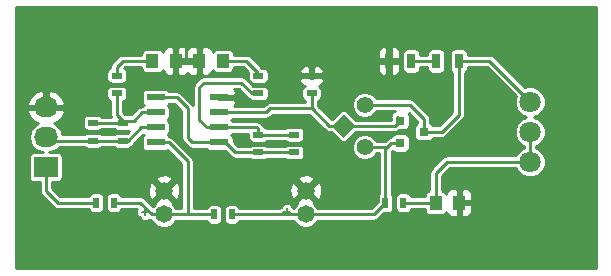
<source format=gtl>
G04 #@! TF.FileFunction,Copper,L1,Top,Signal*
%FSLAX46Y46*%
G04 Gerber Fmt 4.6, Leading zero omitted, Abs format (unit mm)*
G04 Created by KiCad (PCBNEW (2015-01-16 BZR 5376)-product) date 13/04/2015 08:52:01*
%MOMM*%
G01*
G04 APERTURE LIST*
%ADD10C,0.100000*%
%ADD11C,0.150000*%
%ADD12C,1.480820*%
%ADD13R,1.000000X1.250000*%
%ADD14R,0.800100X0.800100*%
%ADD15R,1.550000X0.600000*%
%ADD16R,0.700000X1.300000*%
%ADD17C,1.800000*%
%ADD18R,0.900000X0.500000*%
%ADD19R,0.500000X0.900000*%
%ADD20C,1.397000*%
%ADD21R,2.032000X1.727200*%
%ADD22O,2.032000X1.727200*%
%ADD23C,0.889000*%
%ADD24C,0.254000*%
%ADD25C,0.220000*%
G04 APERTURE END LIST*
D10*
D11*
X73399800Y-61784100D02*
X73699520Y-61784100D01*
X73399800Y-61784100D02*
X73399800Y-61484380D01*
X73399800Y-62083820D02*
X73399800Y-61784100D01*
X73399800Y-61784100D02*
X73100080Y-61784100D01*
X61399800Y-61784100D02*
X61699520Y-61784100D01*
X61399800Y-61784100D02*
X61399800Y-61484380D01*
X61399800Y-62083820D02*
X61399800Y-61784100D01*
X61399800Y-61784100D02*
X61100080Y-61784100D01*
D12*
X75000000Y-61984760D03*
X75000000Y-59983240D03*
D13*
X68000000Y-49000000D03*
X66000000Y-49000000D03*
X62000000Y-49000000D03*
X64000000Y-49000000D03*
D14*
X82999240Y-54050000D03*
X82999240Y-55950000D03*
X84998220Y-55000000D03*
D15*
X67700000Y-55905000D03*
X67700000Y-54635000D03*
X67700000Y-53365000D03*
X67700000Y-52095000D03*
X62300000Y-52095000D03*
X62300000Y-53365000D03*
X62300000Y-54635000D03*
X62300000Y-55905000D03*
D13*
X86000000Y-61000000D03*
X88000000Y-61000000D03*
D12*
X63000000Y-61984760D03*
X63000000Y-59983240D03*
D16*
X86050000Y-49000000D03*
X87950000Y-49000000D03*
X82050000Y-49000000D03*
X83950000Y-49000000D03*
D17*
X94000000Y-52460000D03*
X94000000Y-57540000D03*
X94000000Y-55000000D03*
D18*
X71000000Y-56750000D03*
X71000000Y-55250000D03*
X57000000Y-55750000D03*
X57000000Y-54250000D03*
D19*
X81750000Y-61000000D03*
X83250000Y-61000000D03*
D18*
X75500000Y-50250000D03*
X75500000Y-51750000D03*
D19*
X67250000Y-62000000D03*
X68750000Y-62000000D03*
D18*
X74000000Y-56750000D03*
X74000000Y-55250000D03*
X71000000Y-51750000D03*
X71000000Y-50250000D03*
X59500000Y-55750000D03*
X59500000Y-54250000D03*
X59000000Y-51750000D03*
X59000000Y-50250000D03*
D19*
X57250000Y-61000000D03*
X58750000Y-61000000D03*
D20*
X80000000Y-52703949D03*
D10*
G36*
X78203949Y-55487828D02*
X77216121Y-54500000D01*
X78203949Y-53512172D01*
X79191777Y-54500000D01*
X78203949Y-55487828D01*
X78203949Y-55487828D01*
G37*
D20*
X80000000Y-56296051D03*
D21*
X53000000Y-58000000D03*
D22*
X53000000Y-55460000D03*
X53000000Y-52920000D03*
D23*
X69500000Y-52400000D03*
X80800000Y-49000000D03*
X64600000Y-47100000D03*
X89700000Y-61800000D03*
D24*
X86000000Y-61000000D02*
X83250000Y-61000000D01*
X86000000Y-58500000D02*
X86960000Y-57540000D01*
X86960000Y-57540000D02*
X94000000Y-57540000D01*
X86000000Y-61000000D02*
X86000000Y-58500000D01*
X94000000Y-57540000D02*
X94000000Y-55000000D01*
X53000000Y-52920000D02*
X53000000Y-49000000D01*
X54900000Y-47100000D02*
X64600000Y-47100000D01*
X53000000Y-49000000D02*
X54900000Y-47100000D01*
X67700000Y-52095000D02*
X69195000Y-52095000D01*
X69195000Y-52095000D02*
X69500000Y-52400000D01*
X82050000Y-49000000D02*
X80800000Y-49000000D01*
X64900000Y-49000000D02*
X66000000Y-49000000D01*
X64000000Y-49000000D02*
X64900000Y-49000000D01*
X64900000Y-49000000D02*
X64900000Y-47400000D01*
X64900000Y-47400000D02*
X64600000Y-47100000D01*
X88000000Y-61000000D02*
X88900000Y-61000000D01*
X88900000Y-61000000D02*
X89700000Y-61800000D01*
X82999240Y-55950000D02*
X82250000Y-55950000D01*
X81750000Y-56450000D02*
X81750000Y-61000000D01*
X82250000Y-55950000D02*
X81750000Y-56450000D01*
X80565240Y-61984760D02*
X80765240Y-61984760D01*
X75000000Y-61984760D02*
X80565240Y-61984760D01*
X80765240Y-61984760D02*
X81750000Y-61000000D01*
X74984760Y-62000000D02*
X75000000Y-61984760D01*
X68950000Y-62000000D02*
X74984760Y-62000000D01*
X81903949Y-56296051D02*
X81750000Y-56450000D01*
X80000000Y-56296051D02*
X81903949Y-56296051D01*
X69950000Y-49000000D02*
X71000000Y-50050000D01*
X68000000Y-49000000D02*
X69950000Y-49000000D01*
X71000000Y-56750000D02*
X74000000Y-56750000D01*
X67700000Y-55905000D02*
X68205000Y-55905000D01*
X68205000Y-55905000D02*
X69050000Y-56750000D01*
X69050000Y-56750000D02*
X71000000Y-56750000D01*
X67700000Y-55905000D02*
X67905000Y-55905000D01*
X64095000Y-52095000D02*
X65000000Y-53000000D01*
X65000000Y-53000000D02*
X65000000Y-55500000D01*
X65000000Y-55500000D02*
X65405000Y-55905000D01*
X65405000Y-55905000D02*
X67700000Y-55905000D01*
X62300000Y-52095000D02*
X64095000Y-52095000D01*
X70635000Y-54635000D02*
X70835000Y-54635000D01*
X67700000Y-54635000D02*
X70635000Y-54635000D01*
X71000000Y-54800000D02*
X71000000Y-55250000D01*
X70835000Y-54635000D02*
X71000000Y-54800000D01*
X74000000Y-55250000D02*
X71000000Y-55250000D01*
X69550000Y-50850000D02*
X66350000Y-50850000D01*
X70450000Y-51750000D02*
X69550000Y-50850000D01*
X71000000Y-51750000D02*
X70450000Y-51750000D01*
X66635000Y-54635000D02*
X67700000Y-54635000D01*
X66635000Y-54635000D02*
X66000000Y-54000000D01*
X66000000Y-51200000D02*
X66000000Y-54000000D01*
X66350000Y-50850000D02*
X66000000Y-51200000D01*
X61984760Y-61984760D02*
X61000000Y-61000000D01*
X61000000Y-61000000D02*
X58950000Y-61000000D01*
X63000000Y-61984760D02*
X61984760Y-61984760D01*
X67034760Y-61984760D02*
X67050000Y-62000000D01*
X65000000Y-61984760D02*
X67034760Y-61984760D01*
X63000000Y-61984760D02*
X65000000Y-61984760D01*
X63405000Y-55905000D02*
X65000000Y-57500000D01*
X65000000Y-57500000D02*
X65000000Y-61984760D01*
X62300000Y-55905000D02*
X63405000Y-55905000D01*
X59000000Y-49500000D02*
X59500000Y-49000000D01*
X59500000Y-49000000D02*
X62000000Y-49000000D01*
X59000000Y-50050000D02*
X59000000Y-49500000D01*
X57000000Y-55750000D02*
X53290000Y-55750000D01*
X53290000Y-55750000D02*
X53000000Y-55460000D01*
X59500000Y-55750000D02*
X57000000Y-55750000D01*
X61135000Y-54635000D02*
X61065000Y-54635000D01*
X62300000Y-54635000D02*
X61135000Y-54635000D01*
X61065000Y-54635000D02*
X59950000Y-55750000D01*
X59950000Y-55750000D02*
X59500000Y-55750000D01*
X57000000Y-54250000D02*
X59500000Y-54250000D01*
X59450000Y-54000000D02*
X59500000Y-54050000D01*
X60450000Y-54050000D02*
X61135000Y-53365000D01*
X61135000Y-53365000D02*
X62300000Y-53365000D01*
X59500000Y-54050000D02*
X60450000Y-54050000D01*
X59000000Y-53550000D02*
X59500000Y-54050000D01*
X59000000Y-51950000D02*
X59000000Y-53550000D01*
X87950000Y-49000000D02*
X90540000Y-49000000D01*
X86500000Y-55000000D02*
X87950000Y-53550000D01*
X87950000Y-53550000D02*
X87950000Y-49000000D01*
X84998220Y-55000000D02*
X86500000Y-55000000D01*
X90540000Y-49000000D02*
X94000000Y-52460000D01*
X83796051Y-52703949D02*
X84998220Y-53906118D01*
X84998220Y-53906118D02*
X84998220Y-55000000D01*
X80000000Y-52703949D02*
X83796051Y-52703949D01*
X53000000Y-58000000D02*
X53000000Y-60000000D01*
X54000000Y-61000000D02*
X57250000Y-61000000D01*
X53000000Y-60000000D02*
X54000000Y-61000000D01*
X82699240Y-53750000D02*
X82999240Y-54050000D01*
X82899240Y-53950000D02*
X82999240Y-54050000D01*
X82549240Y-54500000D02*
X82999240Y-54050000D01*
X78203949Y-54500000D02*
X82549240Y-54500000D01*
X77000000Y-54500000D02*
X75500000Y-53000000D01*
X75500000Y-53000000D02*
X75500000Y-51750000D01*
X78203949Y-54500000D02*
X77000000Y-54500000D01*
X72000000Y-53000000D02*
X71635000Y-53365000D01*
X71635000Y-53365000D02*
X67700000Y-53365000D01*
X75500000Y-53000000D02*
X72000000Y-53000000D01*
X86050000Y-49000000D02*
X83950000Y-49000000D01*
D25*
G36*
X99540000Y-66540000D02*
X95310226Y-66540000D01*
X95310226Y-57280568D01*
X95111211Y-56798914D01*
X94743024Y-56430084D01*
X94537000Y-56344535D01*
X94537000Y-56195537D01*
X94741086Y-56111211D01*
X95109916Y-55743024D01*
X95309772Y-55261718D01*
X95310226Y-54740568D01*
X95111211Y-54258914D01*
X94743024Y-53890084D01*
X94357143Y-53729852D01*
X94741086Y-53571211D01*
X95109916Y-53203024D01*
X95309772Y-52721718D01*
X95310226Y-52200568D01*
X95111211Y-51718914D01*
X94743024Y-51350084D01*
X94261718Y-51150228D01*
X93740568Y-51149774D01*
X93534394Y-51234962D01*
X90919716Y-48620284D01*
X90745501Y-48503877D01*
X90540000Y-48463000D01*
X88718032Y-48463000D01*
X88718032Y-48350000D01*
X88687700Y-48193668D01*
X88597443Y-48056267D01*
X88461185Y-47964292D01*
X88300000Y-47931968D01*
X87600000Y-47931968D01*
X87443668Y-47962300D01*
X87306267Y-48052557D01*
X87214292Y-48188815D01*
X87181968Y-48350000D01*
X87181968Y-49650000D01*
X87212300Y-49806332D01*
X87302557Y-49943733D01*
X87413000Y-50018282D01*
X87413000Y-53327567D01*
X86818032Y-53922535D01*
X86818032Y-49650000D01*
X86818032Y-48350000D01*
X86787700Y-48193668D01*
X86697443Y-48056267D01*
X86561185Y-47964292D01*
X86400000Y-47931968D01*
X85700000Y-47931968D01*
X85543668Y-47962300D01*
X85406267Y-48052557D01*
X85314292Y-48188815D01*
X85281968Y-48350000D01*
X85281968Y-48463000D01*
X84718032Y-48463000D01*
X84718032Y-48350000D01*
X84687700Y-48193668D01*
X84597443Y-48056267D01*
X84461185Y-47964292D01*
X84300000Y-47931968D01*
X83600000Y-47931968D01*
X83443668Y-47962300D01*
X83306267Y-48052557D01*
X83214292Y-48188815D01*
X83181968Y-48350000D01*
X83181968Y-49650000D01*
X83212300Y-49806332D01*
X83302557Y-49943733D01*
X83438815Y-50035708D01*
X83600000Y-50068032D01*
X84300000Y-50068032D01*
X84456332Y-50037700D01*
X84593733Y-49947443D01*
X84685708Y-49811185D01*
X84718032Y-49650000D01*
X84718032Y-49537000D01*
X85281968Y-49537000D01*
X85281968Y-49650000D01*
X85312300Y-49806332D01*
X85402557Y-49943733D01*
X85538815Y-50035708D01*
X85700000Y-50068032D01*
X86400000Y-50068032D01*
X86556332Y-50037700D01*
X86693733Y-49947443D01*
X86785708Y-49811185D01*
X86818032Y-49650000D01*
X86818032Y-53922535D01*
X86277567Y-54463000D01*
X85789730Y-54463000D01*
X85785970Y-54443618D01*
X85695713Y-54306217D01*
X85559455Y-54214242D01*
X85535220Y-54209381D01*
X85535220Y-53906118D01*
X85494343Y-53700617D01*
X85377937Y-53526402D01*
X84175767Y-52324233D01*
X84001552Y-52207826D01*
X83796051Y-52166949D01*
X83018000Y-52166949D01*
X83018000Y-49772928D01*
X83018000Y-49527072D01*
X83018000Y-49298500D01*
X83018000Y-48701500D01*
X83018000Y-48472928D01*
X83018000Y-48227072D01*
X82923915Y-47999931D01*
X82750069Y-47826085D01*
X82522928Y-47732000D01*
X82348500Y-47732000D01*
X82194000Y-47886500D01*
X82194000Y-48856000D01*
X82863500Y-48856000D01*
X83018000Y-48701500D01*
X83018000Y-49298500D01*
X82863500Y-49144000D01*
X82194000Y-49144000D01*
X82194000Y-50113500D01*
X82348500Y-50268000D01*
X82522928Y-50268000D01*
X82750069Y-50173915D01*
X82923915Y-50000069D01*
X83018000Y-49772928D01*
X83018000Y-52166949D01*
X81906000Y-52166949D01*
X81906000Y-50113500D01*
X81906000Y-49144000D01*
X81906000Y-48856000D01*
X81906000Y-47886500D01*
X81751500Y-47732000D01*
X81577072Y-47732000D01*
X81349931Y-47826085D01*
X81176085Y-47999931D01*
X81082000Y-48227072D01*
X81082000Y-48472928D01*
X81082000Y-48701500D01*
X81236500Y-48856000D01*
X81906000Y-48856000D01*
X81906000Y-49144000D01*
X81236500Y-49144000D01*
X81082000Y-49298500D01*
X81082000Y-49527072D01*
X81082000Y-49772928D01*
X81176085Y-50000069D01*
X81349931Y-50173915D01*
X81577072Y-50268000D01*
X81751500Y-50268000D01*
X81906000Y-50113500D01*
X81906000Y-52166949D01*
X80977515Y-52166949D01*
X80940289Y-52076854D01*
X80628735Y-51764756D01*
X80221462Y-51595642D01*
X79780473Y-51595257D01*
X79372905Y-51763660D01*
X79060807Y-52075214D01*
X78891693Y-52482487D01*
X78891308Y-52923476D01*
X79059711Y-53331044D01*
X79371265Y-53643142D01*
X79778538Y-53812256D01*
X80219527Y-53812641D01*
X80627095Y-53644238D01*
X80939193Y-53332684D01*
X80977284Y-53240949D01*
X82552643Y-53240949D01*
X82442858Y-53262250D01*
X82305457Y-53352507D01*
X82213482Y-53488765D01*
X82181158Y-53649950D01*
X82181158Y-53654893D01*
X82162240Y-53750000D01*
X82181158Y-53845106D01*
X82181158Y-53963000D01*
X79245965Y-53963000D01*
X78499543Y-53216578D01*
X78367551Y-53127483D01*
X78206572Y-53094148D01*
X78045188Y-53125460D01*
X77908355Y-53216578D01*
X77192182Y-53932750D01*
X76037000Y-52777567D01*
X76037000Y-52401152D01*
X76106332Y-52387700D01*
X76243733Y-52297443D01*
X76335708Y-52161185D01*
X76368032Y-52000000D01*
X76368032Y-51500000D01*
X76337700Y-51343668D01*
X76247443Y-51206267D01*
X76111185Y-51114292D01*
X76091439Y-51110332D01*
X76300069Y-51023915D01*
X76473915Y-50850069D01*
X76568000Y-50622928D01*
X76568000Y-50529500D01*
X76568000Y-49970500D01*
X76568000Y-49877072D01*
X76473915Y-49649931D01*
X76300069Y-49476085D01*
X76072928Y-49382000D01*
X75827072Y-49382000D01*
X75798500Y-49382000D01*
X75644000Y-49536500D01*
X75644000Y-50125000D01*
X76413500Y-50125000D01*
X76568000Y-49970500D01*
X76568000Y-50529500D01*
X76413500Y-50375000D01*
X75644000Y-50375000D01*
X75644000Y-50414000D01*
X75356000Y-50414000D01*
X75356000Y-50375000D01*
X75356000Y-50125000D01*
X75356000Y-49536500D01*
X75201500Y-49382000D01*
X75172928Y-49382000D01*
X74927072Y-49382000D01*
X74699931Y-49476085D01*
X74526085Y-49649931D01*
X74432000Y-49877072D01*
X74432000Y-49970500D01*
X74586500Y-50125000D01*
X75356000Y-50125000D01*
X75356000Y-50375000D01*
X74586500Y-50375000D01*
X74432000Y-50529500D01*
X74432000Y-50622928D01*
X74526085Y-50850069D01*
X74699931Y-51023915D01*
X74907045Y-51109704D01*
X74893668Y-51112300D01*
X74756267Y-51202557D01*
X74664292Y-51338815D01*
X74631968Y-51500000D01*
X74631968Y-52000000D01*
X74662300Y-52156332D01*
X74752557Y-52293733D01*
X74888815Y-52385708D01*
X74963000Y-52400585D01*
X74963000Y-52463000D01*
X72000000Y-52463000D01*
X71794499Y-52503877D01*
X71620284Y-52620284D01*
X71412568Y-52828000D01*
X68915984Y-52828000D01*
X68998915Y-52745069D01*
X69093000Y-52517928D01*
X69093000Y-52393500D01*
X68938500Y-52239000D01*
X67844000Y-52239000D01*
X67844000Y-52259000D01*
X67556000Y-52259000D01*
X67556000Y-52239000D01*
X67536000Y-52239000D01*
X67536000Y-51951000D01*
X67556000Y-51951000D01*
X67556000Y-51931000D01*
X67844000Y-51931000D01*
X67844000Y-51951000D01*
X68938500Y-51951000D01*
X69093000Y-51796500D01*
X69093000Y-51672072D01*
X68998915Y-51444931D01*
X68940984Y-51387000D01*
X69327568Y-51387000D01*
X70070284Y-52129716D01*
X70203120Y-52218475D01*
X70252557Y-52293733D01*
X70388815Y-52385708D01*
X70550000Y-52418032D01*
X71450000Y-52418032D01*
X71606332Y-52387700D01*
X71743733Y-52297443D01*
X71835708Y-52161185D01*
X71868032Y-52000000D01*
X71868032Y-51500000D01*
X71837700Y-51343668D01*
X71747443Y-51206267D01*
X71611185Y-51114292D01*
X71450000Y-51081968D01*
X70550000Y-51081968D01*
X70542797Y-51083365D01*
X70254427Y-50794995D01*
X70388815Y-50885708D01*
X70550000Y-50918032D01*
X71450000Y-50918032D01*
X71606332Y-50887700D01*
X71743733Y-50797443D01*
X71835708Y-50661185D01*
X71868032Y-50500000D01*
X71868032Y-50000000D01*
X71837700Y-49843668D01*
X71747443Y-49706267D01*
X71611185Y-49614292D01*
X71450000Y-49581968D01*
X71291400Y-49581968D01*
X70329716Y-48620284D01*
X70155501Y-48503877D01*
X69950000Y-48463000D01*
X68918032Y-48463000D01*
X68918032Y-48375000D01*
X68887700Y-48218668D01*
X68797443Y-48081267D01*
X68661185Y-47989292D01*
X68500000Y-47956968D01*
X67500000Y-47956968D01*
X67343668Y-47987300D01*
X67206267Y-48077557D01*
X67114292Y-48213815D01*
X67110332Y-48233560D01*
X67023915Y-48024931D01*
X66850069Y-47851085D01*
X66622928Y-47757000D01*
X66298500Y-47757000D01*
X66144000Y-47911500D01*
X66144000Y-48856000D01*
X66164000Y-48856000D01*
X66164000Y-49144000D01*
X66144000Y-49144000D01*
X66144000Y-50088500D01*
X66298500Y-50243000D01*
X66622928Y-50243000D01*
X66850069Y-50148915D01*
X67023915Y-49975069D01*
X67109704Y-49767954D01*
X67112300Y-49781332D01*
X67202557Y-49918733D01*
X67338815Y-50010708D01*
X67500000Y-50043032D01*
X68500000Y-50043032D01*
X68656332Y-50012700D01*
X68793733Y-49922443D01*
X68885708Y-49786185D01*
X68918032Y-49625000D01*
X68918032Y-49537000D01*
X69727567Y-49537000D01*
X70141756Y-49951189D01*
X70131968Y-50000000D01*
X70131968Y-50500000D01*
X70162300Y-50656332D01*
X70251392Y-50791960D01*
X69929716Y-50470284D01*
X69755501Y-50353877D01*
X69550000Y-50313000D01*
X66350000Y-50313000D01*
X66144499Y-50353877D01*
X65970284Y-50470283D01*
X65856000Y-50584567D01*
X65856000Y-50088500D01*
X65856000Y-49144000D01*
X65856000Y-48856000D01*
X65856000Y-47911500D01*
X65701500Y-47757000D01*
X65377072Y-47757000D01*
X65149931Y-47851085D01*
X65000000Y-48001016D01*
X64850069Y-47851085D01*
X64622928Y-47757000D01*
X64298500Y-47757000D01*
X64144000Y-47911500D01*
X64144000Y-48856000D01*
X64963500Y-48856000D01*
X65000000Y-48819500D01*
X65036500Y-48856000D01*
X65856000Y-48856000D01*
X65856000Y-49144000D01*
X65036500Y-49144000D01*
X65000000Y-49180500D01*
X64963500Y-49144000D01*
X64144000Y-49144000D01*
X64144000Y-50088500D01*
X64298500Y-50243000D01*
X64622928Y-50243000D01*
X64850069Y-50148915D01*
X65000000Y-49998984D01*
X65149931Y-50148915D01*
X65377072Y-50243000D01*
X65701500Y-50243000D01*
X65856000Y-50088500D01*
X65856000Y-50584567D01*
X65620284Y-50820284D01*
X65503877Y-50994499D01*
X65463000Y-51200000D01*
X65463000Y-52744926D01*
X65379716Y-52620284D01*
X65379716Y-52620283D01*
X64474716Y-51715284D01*
X64300501Y-51598877D01*
X64095000Y-51558000D01*
X63856000Y-51558000D01*
X63856000Y-50088500D01*
X63856000Y-49144000D01*
X63836000Y-49144000D01*
X63836000Y-48856000D01*
X63856000Y-48856000D01*
X63856000Y-47911500D01*
X63701500Y-47757000D01*
X63377072Y-47757000D01*
X63149931Y-47851085D01*
X62976085Y-48024931D01*
X62890295Y-48232045D01*
X62887700Y-48218668D01*
X62797443Y-48081267D01*
X62661185Y-47989292D01*
X62500000Y-47956968D01*
X61500000Y-47956968D01*
X61343668Y-47987300D01*
X61206267Y-48077557D01*
X61114292Y-48213815D01*
X61081968Y-48375000D01*
X61081968Y-48463000D01*
X59500000Y-48463000D01*
X59294499Y-48503877D01*
X59120284Y-48620284D01*
X58620284Y-49120284D01*
X58503877Y-49294499D01*
X58463000Y-49500000D01*
X58463000Y-49598847D01*
X58393668Y-49612300D01*
X58256267Y-49702557D01*
X58164292Y-49838815D01*
X58131968Y-50000000D01*
X58131968Y-50500000D01*
X58162300Y-50656332D01*
X58252557Y-50793733D01*
X58388815Y-50885708D01*
X58550000Y-50918032D01*
X59450000Y-50918032D01*
X59606332Y-50887700D01*
X59743733Y-50797443D01*
X59835708Y-50661185D01*
X59868032Y-50500000D01*
X59868032Y-50000000D01*
X59837700Y-49843668D01*
X59747443Y-49706267D01*
X59631456Y-49627975D01*
X59722432Y-49537000D01*
X61081968Y-49537000D01*
X61081968Y-49625000D01*
X61112300Y-49781332D01*
X61202557Y-49918733D01*
X61338815Y-50010708D01*
X61500000Y-50043032D01*
X62500000Y-50043032D01*
X62656332Y-50012700D01*
X62793733Y-49922443D01*
X62885708Y-49786185D01*
X62889667Y-49766439D01*
X62976085Y-49975069D01*
X63149931Y-50148915D01*
X63377072Y-50243000D01*
X63701500Y-50243000D01*
X63856000Y-50088500D01*
X63856000Y-51558000D01*
X63409710Y-51558000D01*
X63372443Y-51501267D01*
X63236185Y-51409292D01*
X63075000Y-51376968D01*
X61525000Y-51376968D01*
X61368668Y-51407300D01*
X61231267Y-51497557D01*
X61139292Y-51633815D01*
X61106968Y-51795000D01*
X61106968Y-52395000D01*
X61137300Y-52551332D01*
X61227557Y-52688733D01*
X61288568Y-52729916D01*
X61231267Y-52767557D01*
X61190467Y-52828000D01*
X61135000Y-52828000D01*
X60929499Y-52868877D01*
X60755283Y-52985284D01*
X60227567Y-53513000D01*
X59722432Y-53513000D01*
X59537000Y-53327568D01*
X59537000Y-52401152D01*
X59606332Y-52387700D01*
X59743733Y-52297443D01*
X59835708Y-52161185D01*
X59868032Y-52000000D01*
X59868032Y-51500000D01*
X59837700Y-51343668D01*
X59747443Y-51206267D01*
X59611185Y-51114292D01*
X59450000Y-51081968D01*
X58550000Y-51081968D01*
X58393668Y-51112300D01*
X58256267Y-51202557D01*
X58164292Y-51338815D01*
X58131968Y-51500000D01*
X58131968Y-52000000D01*
X58162300Y-52156332D01*
X58252557Y-52293733D01*
X58388815Y-52385708D01*
X58463000Y-52400585D01*
X58463000Y-53550000D01*
X58495422Y-53713000D01*
X57751865Y-53713000D01*
X57747443Y-53706267D01*
X57611185Y-53614292D01*
X57450000Y-53581968D01*
X56550000Y-53581968D01*
X56393668Y-53612300D01*
X56256267Y-53702557D01*
X56164292Y-53838815D01*
X56131968Y-54000000D01*
X56131968Y-54500000D01*
X56162300Y-54656332D01*
X56252557Y-54793733D01*
X56388815Y-54885708D01*
X56550000Y-54918032D01*
X57450000Y-54918032D01*
X57606332Y-54887700D01*
X57743733Y-54797443D01*
X57750782Y-54787000D01*
X58748134Y-54787000D01*
X58752557Y-54793733D01*
X58888815Y-54885708D01*
X59050000Y-54918032D01*
X59950000Y-54918032D01*
X60039997Y-54900570D01*
X59858600Y-55081968D01*
X59050000Y-55081968D01*
X58893668Y-55112300D01*
X58756267Y-55202557D01*
X58749217Y-55213000D01*
X57751865Y-55213000D01*
X57747443Y-55206267D01*
X57611185Y-55114292D01*
X57450000Y-55081968D01*
X56550000Y-55081968D01*
X56393668Y-55112300D01*
X56256267Y-55202557D01*
X56249217Y-55213000D01*
X54404805Y-55213000D01*
X54356990Y-54972614D01*
X54080908Y-54559429D01*
X53667723Y-54283347D01*
X53660526Y-54281915D01*
X53919585Y-54188008D01*
X54346432Y-53797898D01*
X54586305Y-53292903D01*
X54586305Y-52547097D01*
X54346432Y-52042102D01*
X53919585Y-51651992D01*
X53375941Y-51454924D01*
X53144000Y-51592492D01*
X53144000Y-52776000D01*
X54471664Y-52776000D01*
X54586305Y-52547097D01*
X54586305Y-53292903D01*
X54471664Y-53064000D01*
X53144000Y-53064000D01*
X53144000Y-53084000D01*
X52856000Y-53084000D01*
X52856000Y-53064000D01*
X52856000Y-52776000D01*
X52856000Y-51592492D01*
X52624059Y-51454924D01*
X52080415Y-51651992D01*
X51653568Y-52042102D01*
X51413695Y-52547097D01*
X51528336Y-52776000D01*
X52856000Y-52776000D01*
X52856000Y-53064000D01*
X51528336Y-53064000D01*
X51413695Y-53292903D01*
X51653568Y-53797898D01*
X52080415Y-54188008D01*
X52339473Y-54281915D01*
X52332277Y-54283347D01*
X51919092Y-54559429D01*
X51643010Y-54972614D01*
X51546063Y-55460000D01*
X51643010Y-55947386D01*
X51919092Y-56360571D01*
X52332277Y-56636653D01*
X52743086Y-56718368D01*
X51984000Y-56718368D01*
X51827668Y-56748700D01*
X51690267Y-56838957D01*
X51598292Y-56975215D01*
X51565968Y-57136400D01*
X51565968Y-58863600D01*
X51596300Y-59019932D01*
X51686557Y-59157333D01*
X51822815Y-59249308D01*
X51984000Y-59281632D01*
X52463000Y-59281632D01*
X52463000Y-60000000D01*
X52503877Y-60205501D01*
X52620284Y-60379716D01*
X53620284Y-61379717D01*
X53724718Y-61449497D01*
X53794499Y-61496123D01*
X53794500Y-61496123D01*
X54000000Y-61537000D01*
X56598847Y-61537000D01*
X56612300Y-61606332D01*
X56702557Y-61743733D01*
X56838815Y-61835708D01*
X57000000Y-61868032D01*
X57500000Y-61868032D01*
X57656332Y-61837700D01*
X57793733Y-61747443D01*
X57885708Y-61611185D01*
X57918032Y-61450000D01*
X57918032Y-60550000D01*
X57887700Y-60393668D01*
X57797443Y-60256267D01*
X57661185Y-60164292D01*
X57500000Y-60131968D01*
X57000000Y-60131968D01*
X56843668Y-60162300D01*
X56706267Y-60252557D01*
X56614292Y-60388815D01*
X56599414Y-60463000D01*
X54222432Y-60463000D01*
X53537000Y-59777567D01*
X53537000Y-59281632D01*
X54016000Y-59281632D01*
X54172332Y-59251300D01*
X54309733Y-59161043D01*
X54401708Y-59024785D01*
X54434032Y-58863600D01*
X54434032Y-57136400D01*
X54403700Y-56980068D01*
X54313443Y-56842667D01*
X54177185Y-56750692D01*
X54016000Y-56718368D01*
X53256913Y-56718368D01*
X53667723Y-56636653D01*
X54080908Y-56360571D01*
X54130066Y-56287000D01*
X56248134Y-56287000D01*
X56252557Y-56293733D01*
X56388815Y-56385708D01*
X56550000Y-56418032D01*
X57450000Y-56418032D01*
X57606332Y-56387700D01*
X57743733Y-56297443D01*
X57750782Y-56287000D01*
X58748134Y-56287000D01*
X58752557Y-56293733D01*
X58888815Y-56385708D01*
X59050000Y-56418032D01*
X59950000Y-56418032D01*
X60106332Y-56387700D01*
X60243733Y-56297443D01*
X60335708Y-56161185D01*
X60345104Y-56114327D01*
X61229432Y-55229999D01*
X61288568Y-55269916D01*
X61231267Y-55307557D01*
X61139292Y-55443815D01*
X61106968Y-55605000D01*
X61106968Y-56205000D01*
X61137300Y-56361332D01*
X61227557Y-56498733D01*
X61363815Y-56590708D01*
X61525000Y-56623032D01*
X63075000Y-56623032D01*
X63231332Y-56592700D01*
X63292854Y-56552286D01*
X64463000Y-57722432D01*
X64463000Y-61447760D01*
X64373073Y-61447760D01*
X64373073Y-60164794D01*
X64338031Y-59625522D01*
X64199076Y-59290054D01*
X63965956Y-59220931D01*
X63762309Y-59424578D01*
X63762309Y-59017284D01*
X63693186Y-58784164D01*
X63181554Y-58610167D01*
X62642282Y-58645209D01*
X62306814Y-58784164D01*
X62237691Y-59017284D01*
X63000000Y-59779593D01*
X63762309Y-59017284D01*
X63762309Y-59424578D01*
X63203647Y-59983240D01*
X63965956Y-60745549D01*
X64199076Y-60676426D01*
X64373073Y-60164794D01*
X64373073Y-61447760D01*
X64022861Y-61447760D01*
X63975839Y-61333956D01*
X63723249Y-61080925D01*
X63762309Y-60949196D01*
X63000000Y-60186887D01*
X62796353Y-60390534D01*
X62796353Y-59983240D01*
X62034044Y-59220931D01*
X61800924Y-59290054D01*
X61626927Y-59801686D01*
X61661969Y-60340958D01*
X61800924Y-60676426D01*
X62034044Y-60745549D01*
X62796353Y-59983240D01*
X62796353Y-60390534D01*
X62237691Y-60949196D01*
X62276822Y-61081168D01*
X62058520Y-61299088D01*
X61379716Y-60620284D01*
X61205501Y-60503877D01*
X61000000Y-60463000D01*
X59401152Y-60463000D01*
X59387700Y-60393668D01*
X59297443Y-60256267D01*
X59161185Y-60164292D01*
X59000000Y-60131968D01*
X58500000Y-60131968D01*
X58343668Y-60162300D01*
X58206267Y-60252557D01*
X58114292Y-60388815D01*
X58081968Y-60550000D01*
X58081968Y-61450000D01*
X58112300Y-61606332D01*
X58202557Y-61743733D01*
X58338815Y-61835708D01*
X58500000Y-61868032D01*
X59000000Y-61868032D01*
X59156332Y-61837700D01*
X59293733Y-61747443D01*
X59385708Y-61611185D01*
X59400585Y-61537000D01*
X60693090Y-61537000D01*
X60651998Y-61598499D01*
X60615080Y-61784100D01*
X60651998Y-61969701D01*
X60757133Y-62127047D01*
X60914479Y-62232182D01*
X60945539Y-62238360D01*
X60951718Y-62269421D01*
X61056853Y-62426767D01*
X61214199Y-62531902D01*
X61399800Y-62568820D01*
X61585401Y-62531902D01*
X61720507Y-62441626D01*
X61779259Y-62480883D01*
X61976455Y-62520108D01*
X62024161Y-62635564D01*
X62347494Y-62959462D01*
X62770165Y-63134970D01*
X63227827Y-63135369D01*
X63650804Y-62960599D01*
X63974702Y-62637266D01*
X64022664Y-62521760D01*
X65000000Y-62521760D01*
X66595891Y-62521760D01*
X66612300Y-62606332D01*
X66702557Y-62743733D01*
X66838815Y-62835708D01*
X67000000Y-62868032D01*
X67500000Y-62868032D01*
X67656332Y-62837700D01*
X67793733Y-62747443D01*
X67885708Y-62611185D01*
X67918032Y-62450000D01*
X67918032Y-61550000D01*
X67887700Y-61393668D01*
X67797443Y-61256267D01*
X67661185Y-61164292D01*
X67500000Y-61131968D01*
X67000000Y-61131968D01*
X66843668Y-61162300D01*
X66706267Y-61252557D01*
X66614292Y-61388815D01*
X66602471Y-61447760D01*
X65537000Y-61447760D01*
X65537000Y-57500000D01*
X65496123Y-57294499D01*
X65379717Y-57120284D01*
X63784716Y-55525284D01*
X63610501Y-55408877D01*
X63410418Y-55369077D01*
X63372443Y-55311267D01*
X63311431Y-55270083D01*
X63368733Y-55232443D01*
X63460708Y-55096185D01*
X63493032Y-54935000D01*
X63493032Y-54335000D01*
X63462700Y-54178668D01*
X63372443Y-54041267D01*
X63311431Y-54000083D01*
X63368733Y-53962443D01*
X63460708Y-53826185D01*
X63493032Y-53665000D01*
X63493032Y-53065000D01*
X63462700Y-52908668D01*
X63372443Y-52771267D01*
X63311431Y-52730083D01*
X63368733Y-52692443D01*
X63409532Y-52632000D01*
X63872567Y-52632000D01*
X64463000Y-53222432D01*
X64463000Y-55500000D01*
X64503877Y-55705501D01*
X64620284Y-55879716D01*
X65025283Y-56284716D01*
X65025284Y-56284716D01*
X65199499Y-56401123D01*
X65405000Y-56442000D01*
X66590289Y-56442000D01*
X66627557Y-56498733D01*
X66763815Y-56590708D01*
X66925000Y-56623032D01*
X68163599Y-56623032D01*
X68670283Y-57129716D01*
X68670284Y-57129716D01*
X68844499Y-57246123D01*
X69050000Y-57287000D01*
X70248134Y-57287000D01*
X70252557Y-57293733D01*
X70388815Y-57385708D01*
X70550000Y-57418032D01*
X71450000Y-57418032D01*
X71606332Y-57387700D01*
X71743733Y-57297443D01*
X71750782Y-57287000D01*
X73248134Y-57287000D01*
X73252557Y-57293733D01*
X73388815Y-57385708D01*
X73550000Y-57418032D01*
X74450000Y-57418032D01*
X74606332Y-57387700D01*
X74743733Y-57297443D01*
X74835708Y-57161185D01*
X74868032Y-57000000D01*
X74868032Y-56500000D01*
X74837700Y-56343668D01*
X74747443Y-56206267D01*
X74611185Y-56114292D01*
X74450000Y-56081968D01*
X73550000Y-56081968D01*
X73393668Y-56112300D01*
X73256267Y-56202557D01*
X73249217Y-56213000D01*
X71751865Y-56213000D01*
X71747443Y-56206267D01*
X71611185Y-56114292D01*
X71450000Y-56081968D01*
X70550000Y-56081968D01*
X70393668Y-56112300D01*
X70256267Y-56202557D01*
X70249217Y-56213000D01*
X69272432Y-56213000D01*
X68893032Y-55833599D01*
X68893032Y-55605000D01*
X68862700Y-55448668D01*
X68772443Y-55311267D01*
X68711431Y-55270083D01*
X68768733Y-55232443D01*
X68809532Y-55172000D01*
X70131968Y-55172000D01*
X70131968Y-55500000D01*
X70162300Y-55656332D01*
X70252557Y-55793733D01*
X70388815Y-55885708D01*
X70550000Y-55918032D01*
X71450000Y-55918032D01*
X71606332Y-55887700D01*
X71743733Y-55797443D01*
X71750782Y-55787000D01*
X73248134Y-55787000D01*
X73252557Y-55793733D01*
X73388815Y-55885708D01*
X73550000Y-55918032D01*
X74450000Y-55918032D01*
X74606332Y-55887700D01*
X74743733Y-55797443D01*
X74835708Y-55661185D01*
X74868032Y-55500000D01*
X74868032Y-55000000D01*
X74837700Y-54843668D01*
X74747443Y-54706267D01*
X74611185Y-54614292D01*
X74450000Y-54581968D01*
X73550000Y-54581968D01*
X73393668Y-54612300D01*
X73256267Y-54702557D01*
X73249217Y-54713000D01*
X71751865Y-54713000D01*
X71747443Y-54706267D01*
X71611185Y-54614292D01*
X71493591Y-54590709D01*
X71379716Y-54420284D01*
X71379716Y-54420283D01*
X71214716Y-54255284D01*
X71040501Y-54138877D01*
X70835000Y-54098000D01*
X70635000Y-54098000D01*
X68809710Y-54098000D01*
X68772443Y-54041267D01*
X68711431Y-54000083D01*
X68768733Y-53962443D01*
X68809532Y-53902000D01*
X71635000Y-53902000D01*
X71840501Y-53861123D01*
X72014716Y-53744716D01*
X72222432Y-53537000D01*
X75277567Y-53537000D01*
X76620283Y-54879716D01*
X76620284Y-54879716D01*
X76794499Y-54996123D01*
X77000000Y-55037000D01*
X77161933Y-55037000D01*
X77908355Y-55783422D01*
X78040347Y-55872517D01*
X78201326Y-55905852D01*
X78362710Y-55874540D01*
X78499543Y-55783422D01*
X79245965Y-55037000D01*
X82549240Y-55037000D01*
X82754741Y-54996123D01*
X82928956Y-54879716D01*
X82940590Y-54868082D01*
X83399290Y-54868082D01*
X83555622Y-54837750D01*
X83693023Y-54747493D01*
X83784998Y-54611235D01*
X83817322Y-54450050D01*
X83817322Y-53649950D01*
X83786990Y-53493618D01*
X83711754Y-53379084D01*
X84461220Y-54128550D01*
X84461220Y-54208489D01*
X84441838Y-54212250D01*
X84304437Y-54302507D01*
X84212462Y-54438765D01*
X84180138Y-54599950D01*
X84180138Y-55400050D01*
X84210470Y-55556382D01*
X84300727Y-55693783D01*
X84436985Y-55785758D01*
X84598170Y-55818082D01*
X85398270Y-55818082D01*
X85554602Y-55787750D01*
X85692003Y-55697493D01*
X85783978Y-55561235D01*
X85788838Y-55537000D01*
X86500000Y-55537000D01*
X86705501Y-55496123D01*
X86879716Y-55379716D01*
X88329716Y-53929716D01*
X88329717Y-53929716D01*
X88446123Y-53755501D01*
X88487000Y-53550000D01*
X88487000Y-50017554D01*
X88593733Y-49947443D01*
X88685708Y-49811185D01*
X88718032Y-49650000D01*
X88718032Y-49537000D01*
X90317568Y-49537000D01*
X92774910Y-51994342D01*
X92690228Y-52198282D01*
X92689774Y-52719432D01*
X92888789Y-53201086D01*
X93256976Y-53569916D01*
X93642856Y-53730147D01*
X93258914Y-53888789D01*
X92890084Y-54256976D01*
X92690228Y-54738282D01*
X92689774Y-55259432D01*
X92888789Y-55741086D01*
X93256976Y-56109916D01*
X93463000Y-56195464D01*
X93463000Y-56344462D01*
X93258914Y-56428789D01*
X92890084Y-56796976D01*
X92804535Y-57003000D01*
X86960000Y-57003000D01*
X86754499Y-57043877D01*
X86580284Y-57160284D01*
X85620284Y-58120284D01*
X85503877Y-58294499D01*
X85463000Y-58500000D01*
X85463000Y-59964146D01*
X85343668Y-59987300D01*
X85206267Y-60077557D01*
X85114292Y-60213815D01*
X85081968Y-60375000D01*
X85081968Y-60463000D01*
X83901152Y-60463000D01*
X83887700Y-60393668D01*
X83817322Y-60286529D01*
X83817322Y-56350050D01*
X83817322Y-55549950D01*
X83786990Y-55393618D01*
X83696733Y-55256217D01*
X83560475Y-55164242D01*
X83399290Y-55131918D01*
X82599190Y-55131918D01*
X82442858Y-55162250D01*
X82305457Y-55252507D01*
X82213482Y-55388765D01*
X82206902Y-55421572D01*
X82044499Y-55453877D01*
X81870284Y-55570284D01*
X81681517Y-55759051D01*
X80977515Y-55759051D01*
X80940289Y-55668956D01*
X80628735Y-55356858D01*
X80221462Y-55187744D01*
X79780473Y-55187359D01*
X79372905Y-55355762D01*
X79060807Y-55667316D01*
X78891693Y-56074589D01*
X78891308Y-56515578D01*
X79059711Y-56923146D01*
X79371265Y-57235244D01*
X79778538Y-57404358D01*
X80219527Y-57404743D01*
X80627095Y-57236340D01*
X80939193Y-56924786D01*
X80977284Y-56833051D01*
X81213000Y-56833051D01*
X81213000Y-60248134D01*
X81206267Y-60252557D01*
X81114292Y-60388815D01*
X81081968Y-60550000D01*
X81081968Y-60908600D01*
X80542808Y-61447760D01*
X76373073Y-61447760D01*
X76373073Y-60164794D01*
X76338031Y-59625522D01*
X76199076Y-59290054D01*
X75965956Y-59220931D01*
X75762309Y-59424578D01*
X75762309Y-59017284D01*
X75693186Y-58784164D01*
X75181554Y-58610167D01*
X74642282Y-58645209D01*
X74306814Y-58784164D01*
X74237691Y-59017284D01*
X75000000Y-59779593D01*
X75762309Y-59017284D01*
X75762309Y-59424578D01*
X75203647Y-59983240D01*
X75965956Y-60745549D01*
X76199076Y-60676426D01*
X76373073Y-60164794D01*
X76373073Y-61447760D01*
X76022861Y-61447760D01*
X75975839Y-61333956D01*
X75723249Y-61080925D01*
X75762309Y-60949196D01*
X75000000Y-60186887D01*
X74796353Y-60390534D01*
X74796353Y-59983240D01*
X74034044Y-59220931D01*
X73800924Y-59290054D01*
X73626927Y-59801686D01*
X73661969Y-60340958D01*
X73800924Y-60676426D01*
X74034044Y-60745549D01*
X74796353Y-59983240D01*
X74796353Y-60390534D01*
X74237691Y-60949196D01*
X74276822Y-61081168D01*
X74025298Y-61332254D01*
X73993629Y-61408520D01*
X73885121Y-61336018D01*
X73854060Y-61329839D01*
X73847882Y-61298779D01*
X73742747Y-61141433D01*
X73585401Y-61036298D01*
X73399800Y-60999380D01*
X73214199Y-61036298D01*
X73056853Y-61141433D01*
X72951718Y-61298779D01*
X72945539Y-61329839D01*
X72914479Y-61336018D01*
X72757133Y-61441153D01*
X72742535Y-61463000D01*
X69401152Y-61463000D01*
X69387700Y-61393668D01*
X69297443Y-61256267D01*
X69161185Y-61164292D01*
X69000000Y-61131968D01*
X68500000Y-61131968D01*
X68343668Y-61162300D01*
X68206267Y-61252557D01*
X68114292Y-61388815D01*
X68081968Y-61550000D01*
X68081968Y-62450000D01*
X68112300Y-62606332D01*
X68202557Y-62743733D01*
X68338815Y-62835708D01*
X68500000Y-62868032D01*
X69000000Y-62868032D01*
X69156332Y-62837700D01*
X69293733Y-62747443D01*
X69385708Y-62611185D01*
X69400585Y-62537000D01*
X73239828Y-62537000D01*
X73399800Y-62568820D01*
X73559771Y-62537000D01*
X73983435Y-62537000D01*
X74024161Y-62635564D01*
X74347494Y-62959462D01*
X74770165Y-63134970D01*
X75227827Y-63135369D01*
X75650804Y-62960599D01*
X75974702Y-62637266D01*
X76022664Y-62521760D01*
X80565240Y-62521760D01*
X80765240Y-62521760D01*
X80970741Y-62480883D01*
X81144956Y-62364476D01*
X81641400Y-61868032D01*
X82000000Y-61868032D01*
X82156332Y-61837700D01*
X82293733Y-61747443D01*
X82385708Y-61611185D01*
X82418032Y-61450000D01*
X82418032Y-60550000D01*
X82387700Y-60393668D01*
X82297443Y-60256267D01*
X82287000Y-60249217D01*
X82287000Y-56672432D01*
X82310046Y-56649385D01*
X82438005Y-56735758D01*
X82599190Y-56768082D01*
X83399290Y-56768082D01*
X83555622Y-56737750D01*
X83693023Y-56647493D01*
X83784998Y-56511235D01*
X83817322Y-56350050D01*
X83817322Y-60286529D01*
X83797443Y-60256267D01*
X83661185Y-60164292D01*
X83500000Y-60131968D01*
X83000000Y-60131968D01*
X82843668Y-60162300D01*
X82706267Y-60252557D01*
X82614292Y-60388815D01*
X82581968Y-60550000D01*
X82581968Y-61450000D01*
X82612300Y-61606332D01*
X82702557Y-61743733D01*
X82838815Y-61835708D01*
X83000000Y-61868032D01*
X83500000Y-61868032D01*
X83656332Y-61837700D01*
X83793733Y-61747443D01*
X83885708Y-61611185D01*
X83900585Y-61537000D01*
X85081968Y-61537000D01*
X85081968Y-61625000D01*
X85112300Y-61781332D01*
X85202557Y-61918733D01*
X85338815Y-62010708D01*
X85500000Y-62043032D01*
X86500000Y-62043032D01*
X86656332Y-62012700D01*
X86793733Y-61922443D01*
X86885708Y-61786185D01*
X86889667Y-61766439D01*
X86976085Y-61975069D01*
X87149931Y-62148915D01*
X87377072Y-62243000D01*
X87701500Y-62243000D01*
X87856000Y-62088500D01*
X87856000Y-61144000D01*
X87836000Y-61144000D01*
X87836000Y-60856000D01*
X87856000Y-60856000D01*
X87856000Y-59911500D01*
X87701500Y-59757000D01*
X87377072Y-59757000D01*
X87149931Y-59851085D01*
X86976085Y-60024931D01*
X86890295Y-60232045D01*
X86887700Y-60218668D01*
X86797443Y-60081267D01*
X86661185Y-59989292D01*
X86537000Y-59964387D01*
X86537000Y-58722432D01*
X87182432Y-58077000D01*
X92804462Y-58077000D01*
X92888789Y-58281086D01*
X93256976Y-58649916D01*
X93738282Y-58849772D01*
X94259432Y-58850226D01*
X94741086Y-58651211D01*
X95109916Y-58283024D01*
X95309772Y-57801718D01*
X95310226Y-57280568D01*
X95310226Y-66540000D01*
X89118000Y-66540000D01*
X89118000Y-61747928D01*
X89118000Y-61502072D01*
X89118000Y-61298500D01*
X89118000Y-60701500D01*
X89118000Y-60497928D01*
X89118000Y-60252072D01*
X89023915Y-60024931D01*
X88850069Y-59851085D01*
X88622928Y-59757000D01*
X88298500Y-59757000D01*
X88144000Y-59911500D01*
X88144000Y-60856000D01*
X88963500Y-60856000D01*
X89118000Y-60701500D01*
X89118000Y-61298500D01*
X88963500Y-61144000D01*
X88144000Y-61144000D01*
X88144000Y-62088500D01*
X88298500Y-62243000D01*
X88622928Y-62243000D01*
X88850069Y-62148915D01*
X89023915Y-61975069D01*
X89118000Y-61747928D01*
X89118000Y-66540000D01*
X50460000Y-66540000D01*
X50460000Y-44460000D01*
X99540000Y-44460000D01*
X99540000Y-66540000D01*
X99540000Y-66540000D01*
G37*
X99540000Y-66540000D02*
X95310226Y-66540000D01*
X95310226Y-57280568D01*
X95111211Y-56798914D01*
X94743024Y-56430084D01*
X94537000Y-56344535D01*
X94537000Y-56195537D01*
X94741086Y-56111211D01*
X95109916Y-55743024D01*
X95309772Y-55261718D01*
X95310226Y-54740568D01*
X95111211Y-54258914D01*
X94743024Y-53890084D01*
X94357143Y-53729852D01*
X94741086Y-53571211D01*
X95109916Y-53203024D01*
X95309772Y-52721718D01*
X95310226Y-52200568D01*
X95111211Y-51718914D01*
X94743024Y-51350084D01*
X94261718Y-51150228D01*
X93740568Y-51149774D01*
X93534394Y-51234962D01*
X90919716Y-48620284D01*
X90745501Y-48503877D01*
X90540000Y-48463000D01*
X88718032Y-48463000D01*
X88718032Y-48350000D01*
X88687700Y-48193668D01*
X88597443Y-48056267D01*
X88461185Y-47964292D01*
X88300000Y-47931968D01*
X87600000Y-47931968D01*
X87443668Y-47962300D01*
X87306267Y-48052557D01*
X87214292Y-48188815D01*
X87181968Y-48350000D01*
X87181968Y-49650000D01*
X87212300Y-49806332D01*
X87302557Y-49943733D01*
X87413000Y-50018282D01*
X87413000Y-53327567D01*
X86818032Y-53922535D01*
X86818032Y-49650000D01*
X86818032Y-48350000D01*
X86787700Y-48193668D01*
X86697443Y-48056267D01*
X86561185Y-47964292D01*
X86400000Y-47931968D01*
X85700000Y-47931968D01*
X85543668Y-47962300D01*
X85406267Y-48052557D01*
X85314292Y-48188815D01*
X85281968Y-48350000D01*
X85281968Y-48463000D01*
X84718032Y-48463000D01*
X84718032Y-48350000D01*
X84687700Y-48193668D01*
X84597443Y-48056267D01*
X84461185Y-47964292D01*
X84300000Y-47931968D01*
X83600000Y-47931968D01*
X83443668Y-47962300D01*
X83306267Y-48052557D01*
X83214292Y-48188815D01*
X83181968Y-48350000D01*
X83181968Y-49650000D01*
X83212300Y-49806332D01*
X83302557Y-49943733D01*
X83438815Y-50035708D01*
X83600000Y-50068032D01*
X84300000Y-50068032D01*
X84456332Y-50037700D01*
X84593733Y-49947443D01*
X84685708Y-49811185D01*
X84718032Y-49650000D01*
X84718032Y-49537000D01*
X85281968Y-49537000D01*
X85281968Y-49650000D01*
X85312300Y-49806332D01*
X85402557Y-49943733D01*
X85538815Y-50035708D01*
X85700000Y-50068032D01*
X86400000Y-50068032D01*
X86556332Y-50037700D01*
X86693733Y-49947443D01*
X86785708Y-49811185D01*
X86818032Y-49650000D01*
X86818032Y-53922535D01*
X86277567Y-54463000D01*
X85789730Y-54463000D01*
X85785970Y-54443618D01*
X85695713Y-54306217D01*
X85559455Y-54214242D01*
X85535220Y-54209381D01*
X85535220Y-53906118D01*
X85494343Y-53700617D01*
X85377937Y-53526402D01*
X84175767Y-52324233D01*
X84001552Y-52207826D01*
X83796051Y-52166949D01*
X83018000Y-52166949D01*
X83018000Y-49772928D01*
X83018000Y-49527072D01*
X83018000Y-49298500D01*
X83018000Y-48701500D01*
X83018000Y-48472928D01*
X83018000Y-48227072D01*
X82923915Y-47999931D01*
X82750069Y-47826085D01*
X82522928Y-47732000D01*
X82348500Y-47732000D01*
X82194000Y-47886500D01*
X82194000Y-48856000D01*
X82863500Y-48856000D01*
X83018000Y-48701500D01*
X83018000Y-49298500D01*
X82863500Y-49144000D01*
X82194000Y-49144000D01*
X82194000Y-50113500D01*
X82348500Y-50268000D01*
X82522928Y-50268000D01*
X82750069Y-50173915D01*
X82923915Y-50000069D01*
X83018000Y-49772928D01*
X83018000Y-52166949D01*
X81906000Y-52166949D01*
X81906000Y-50113500D01*
X81906000Y-49144000D01*
X81906000Y-48856000D01*
X81906000Y-47886500D01*
X81751500Y-47732000D01*
X81577072Y-47732000D01*
X81349931Y-47826085D01*
X81176085Y-47999931D01*
X81082000Y-48227072D01*
X81082000Y-48472928D01*
X81082000Y-48701500D01*
X81236500Y-48856000D01*
X81906000Y-48856000D01*
X81906000Y-49144000D01*
X81236500Y-49144000D01*
X81082000Y-49298500D01*
X81082000Y-49527072D01*
X81082000Y-49772928D01*
X81176085Y-50000069D01*
X81349931Y-50173915D01*
X81577072Y-50268000D01*
X81751500Y-50268000D01*
X81906000Y-50113500D01*
X81906000Y-52166949D01*
X80977515Y-52166949D01*
X80940289Y-52076854D01*
X80628735Y-51764756D01*
X80221462Y-51595642D01*
X79780473Y-51595257D01*
X79372905Y-51763660D01*
X79060807Y-52075214D01*
X78891693Y-52482487D01*
X78891308Y-52923476D01*
X79059711Y-53331044D01*
X79371265Y-53643142D01*
X79778538Y-53812256D01*
X80219527Y-53812641D01*
X80627095Y-53644238D01*
X80939193Y-53332684D01*
X80977284Y-53240949D01*
X82552643Y-53240949D01*
X82442858Y-53262250D01*
X82305457Y-53352507D01*
X82213482Y-53488765D01*
X82181158Y-53649950D01*
X82181158Y-53654893D01*
X82162240Y-53750000D01*
X82181158Y-53845106D01*
X82181158Y-53963000D01*
X79245965Y-53963000D01*
X78499543Y-53216578D01*
X78367551Y-53127483D01*
X78206572Y-53094148D01*
X78045188Y-53125460D01*
X77908355Y-53216578D01*
X77192182Y-53932750D01*
X76037000Y-52777567D01*
X76037000Y-52401152D01*
X76106332Y-52387700D01*
X76243733Y-52297443D01*
X76335708Y-52161185D01*
X76368032Y-52000000D01*
X76368032Y-51500000D01*
X76337700Y-51343668D01*
X76247443Y-51206267D01*
X76111185Y-51114292D01*
X76091439Y-51110332D01*
X76300069Y-51023915D01*
X76473915Y-50850069D01*
X76568000Y-50622928D01*
X76568000Y-50529500D01*
X76568000Y-49970500D01*
X76568000Y-49877072D01*
X76473915Y-49649931D01*
X76300069Y-49476085D01*
X76072928Y-49382000D01*
X75827072Y-49382000D01*
X75798500Y-49382000D01*
X75644000Y-49536500D01*
X75644000Y-50125000D01*
X76413500Y-50125000D01*
X76568000Y-49970500D01*
X76568000Y-50529500D01*
X76413500Y-50375000D01*
X75644000Y-50375000D01*
X75644000Y-50414000D01*
X75356000Y-50414000D01*
X75356000Y-50375000D01*
X75356000Y-50125000D01*
X75356000Y-49536500D01*
X75201500Y-49382000D01*
X75172928Y-49382000D01*
X74927072Y-49382000D01*
X74699931Y-49476085D01*
X74526085Y-49649931D01*
X74432000Y-49877072D01*
X74432000Y-49970500D01*
X74586500Y-50125000D01*
X75356000Y-50125000D01*
X75356000Y-50375000D01*
X74586500Y-50375000D01*
X74432000Y-50529500D01*
X74432000Y-50622928D01*
X74526085Y-50850069D01*
X74699931Y-51023915D01*
X74907045Y-51109704D01*
X74893668Y-51112300D01*
X74756267Y-51202557D01*
X74664292Y-51338815D01*
X74631968Y-51500000D01*
X74631968Y-52000000D01*
X74662300Y-52156332D01*
X74752557Y-52293733D01*
X74888815Y-52385708D01*
X74963000Y-52400585D01*
X74963000Y-52463000D01*
X72000000Y-52463000D01*
X71794499Y-52503877D01*
X71620284Y-52620284D01*
X71412568Y-52828000D01*
X68915984Y-52828000D01*
X68998915Y-52745069D01*
X69093000Y-52517928D01*
X69093000Y-52393500D01*
X68938500Y-52239000D01*
X67844000Y-52239000D01*
X67844000Y-52259000D01*
X67556000Y-52259000D01*
X67556000Y-52239000D01*
X67536000Y-52239000D01*
X67536000Y-51951000D01*
X67556000Y-51951000D01*
X67556000Y-51931000D01*
X67844000Y-51931000D01*
X67844000Y-51951000D01*
X68938500Y-51951000D01*
X69093000Y-51796500D01*
X69093000Y-51672072D01*
X68998915Y-51444931D01*
X68940984Y-51387000D01*
X69327568Y-51387000D01*
X70070284Y-52129716D01*
X70203120Y-52218475D01*
X70252557Y-52293733D01*
X70388815Y-52385708D01*
X70550000Y-52418032D01*
X71450000Y-52418032D01*
X71606332Y-52387700D01*
X71743733Y-52297443D01*
X71835708Y-52161185D01*
X71868032Y-52000000D01*
X71868032Y-51500000D01*
X71837700Y-51343668D01*
X71747443Y-51206267D01*
X71611185Y-51114292D01*
X71450000Y-51081968D01*
X70550000Y-51081968D01*
X70542797Y-51083365D01*
X70254427Y-50794995D01*
X70388815Y-50885708D01*
X70550000Y-50918032D01*
X71450000Y-50918032D01*
X71606332Y-50887700D01*
X71743733Y-50797443D01*
X71835708Y-50661185D01*
X71868032Y-50500000D01*
X71868032Y-50000000D01*
X71837700Y-49843668D01*
X71747443Y-49706267D01*
X71611185Y-49614292D01*
X71450000Y-49581968D01*
X71291400Y-49581968D01*
X70329716Y-48620284D01*
X70155501Y-48503877D01*
X69950000Y-48463000D01*
X68918032Y-48463000D01*
X68918032Y-48375000D01*
X68887700Y-48218668D01*
X68797443Y-48081267D01*
X68661185Y-47989292D01*
X68500000Y-47956968D01*
X67500000Y-47956968D01*
X67343668Y-47987300D01*
X67206267Y-48077557D01*
X67114292Y-48213815D01*
X67110332Y-48233560D01*
X67023915Y-48024931D01*
X66850069Y-47851085D01*
X66622928Y-47757000D01*
X66298500Y-47757000D01*
X66144000Y-47911500D01*
X66144000Y-48856000D01*
X66164000Y-48856000D01*
X66164000Y-49144000D01*
X66144000Y-49144000D01*
X66144000Y-50088500D01*
X66298500Y-50243000D01*
X66622928Y-50243000D01*
X66850069Y-50148915D01*
X67023915Y-49975069D01*
X67109704Y-49767954D01*
X67112300Y-49781332D01*
X67202557Y-49918733D01*
X67338815Y-50010708D01*
X67500000Y-50043032D01*
X68500000Y-50043032D01*
X68656332Y-50012700D01*
X68793733Y-49922443D01*
X68885708Y-49786185D01*
X68918032Y-49625000D01*
X68918032Y-49537000D01*
X69727567Y-49537000D01*
X70141756Y-49951189D01*
X70131968Y-50000000D01*
X70131968Y-50500000D01*
X70162300Y-50656332D01*
X70251392Y-50791960D01*
X69929716Y-50470284D01*
X69755501Y-50353877D01*
X69550000Y-50313000D01*
X66350000Y-50313000D01*
X66144499Y-50353877D01*
X65970284Y-50470283D01*
X65856000Y-50584567D01*
X65856000Y-50088500D01*
X65856000Y-49144000D01*
X65856000Y-48856000D01*
X65856000Y-47911500D01*
X65701500Y-47757000D01*
X65377072Y-47757000D01*
X65149931Y-47851085D01*
X65000000Y-48001016D01*
X64850069Y-47851085D01*
X64622928Y-47757000D01*
X64298500Y-47757000D01*
X64144000Y-47911500D01*
X64144000Y-48856000D01*
X64963500Y-48856000D01*
X65000000Y-48819500D01*
X65036500Y-48856000D01*
X65856000Y-48856000D01*
X65856000Y-49144000D01*
X65036500Y-49144000D01*
X65000000Y-49180500D01*
X64963500Y-49144000D01*
X64144000Y-49144000D01*
X64144000Y-50088500D01*
X64298500Y-50243000D01*
X64622928Y-50243000D01*
X64850069Y-50148915D01*
X65000000Y-49998984D01*
X65149931Y-50148915D01*
X65377072Y-50243000D01*
X65701500Y-50243000D01*
X65856000Y-50088500D01*
X65856000Y-50584567D01*
X65620284Y-50820284D01*
X65503877Y-50994499D01*
X65463000Y-51200000D01*
X65463000Y-52744926D01*
X65379716Y-52620284D01*
X65379716Y-52620283D01*
X64474716Y-51715284D01*
X64300501Y-51598877D01*
X64095000Y-51558000D01*
X63856000Y-51558000D01*
X63856000Y-50088500D01*
X63856000Y-49144000D01*
X63836000Y-49144000D01*
X63836000Y-48856000D01*
X63856000Y-48856000D01*
X63856000Y-47911500D01*
X63701500Y-47757000D01*
X63377072Y-47757000D01*
X63149931Y-47851085D01*
X62976085Y-48024931D01*
X62890295Y-48232045D01*
X62887700Y-48218668D01*
X62797443Y-48081267D01*
X62661185Y-47989292D01*
X62500000Y-47956968D01*
X61500000Y-47956968D01*
X61343668Y-47987300D01*
X61206267Y-48077557D01*
X61114292Y-48213815D01*
X61081968Y-48375000D01*
X61081968Y-48463000D01*
X59500000Y-48463000D01*
X59294499Y-48503877D01*
X59120284Y-48620284D01*
X58620284Y-49120284D01*
X58503877Y-49294499D01*
X58463000Y-49500000D01*
X58463000Y-49598847D01*
X58393668Y-49612300D01*
X58256267Y-49702557D01*
X58164292Y-49838815D01*
X58131968Y-50000000D01*
X58131968Y-50500000D01*
X58162300Y-50656332D01*
X58252557Y-50793733D01*
X58388815Y-50885708D01*
X58550000Y-50918032D01*
X59450000Y-50918032D01*
X59606332Y-50887700D01*
X59743733Y-50797443D01*
X59835708Y-50661185D01*
X59868032Y-50500000D01*
X59868032Y-50000000D01*
X59837700Y-49843668D01*
X59747443Y-49706267D01*
X59631456Y-49627975D01*
X59722432Y-49537000D01*
X61081968Y-49537000D01*
X61081968Y-49625000D01*
X61112300Y-49781332D01*
X61202557Y-49918733D01*
X61338815Y-50010708D01*
X61500000Y-50043032D01*
X62500000Y-50043032D01*
X62656332Y-50012700D01*
X62793733Y-49922443D01*
X62885708Y-49786185D01*
X62889667Y-49766439D01*
X62976085Y-49975069D01*
X63149931Y-50148915D01*
X63377072Y-50243000D01*
X63701500Y-50243000D01*
X63856000Y-50088500D01*
X63856000Y-51558000D01*
X63409710Y-51558000D01*
X63372443Y-51501267D01*
X63236185Y-51409292D01*
X63075000Y-51376968D01*
X61525000Y-51376968D01*
X61368668Y-51407300D01*
X61231267Y-51497557D01*
X61139292Y-51633815D01*
X61106968Y-51795000D01*
X61106968Y-52395000D01*
X61137300Y-52551332D01*
X61227557Y-52688733D01*
X61288568Y-52729916D01*
X61231267Y-52767557D01*
X61190467Y-52828000D01*
X61135000Y-52828000D01*
X60929499Y-52868877D01*
X60755283Y-52985284D01*
X60227567Y-53513000D01*
X59722432Y-53513000D01*
X59537000Y-53327568D01*
X59537000Y-52401152D01*
X59606332Y-52387700D01*
X59743733Y-52297443D01*
X59835708Y-52161185D01*
X59868032Y-52000000D01*
X59868032Y-51500000D01*
X59837700Y-51343668D01*
X59747443Y-51206267D01*
X59611185Y-51114292D01*
X59450000Y-51081968D01*
X58550000Y-51081968D01*
X58393668Y-51112300D01*
X58256267Y-51202557D01*
X58164292Y-51338815D01*
X58131968Y-51500000D01*
X58131968Y-52000000D01*
X58162300Y-52156332D01*
X58252557Y-52293733D01*
X58388815Y-52385708D01*
X58463000Y-52400585D01*
X58463000Y-53550000D01*
X58495422Y-53713000D01*
X57751865Y-53713000D01*
X57747443Y-53706267D01*
X57611185Y-53614292D01*
X57450000Y-53581968D01*
X56550000Y-53581968D01*
X56393668Y-53612300D01*
X56256267Y-53702557D01*
X56164292Y-53838815D01*
X56131968Y-54000000D01*
X56131968Y-54500000D01*
X56162300Y-54656332D01*
X56252557Y-54793733D01*
X56388815Y-54885708D01*
X56550000Y-54918032D01*
X57450000Y-54918032D01*
X57606332Y-54887700D01*
X57743733Y-54797443D01*
X57750782Y-54787000D01*
X58748134Y-54787000D01*
X58752557Y-54793733D01*
X58888815Y-54885708D01*
X59050000Y-54918032D01*
X59950000Y-54918032D01*
X60039997Y-54900570D01*
X59858600Y-55081968D01*
X59050000Y-55081968D01*
X58893668Y-55112300D01*
X58756267Y-55202557D01*
X58749217Y-55213000D01*
X57751865Y-55213000D01*
X57747443Y-55206267D01*
X57611185Y-55114292D01*
X57450000Y-55081968D01*
X56550000Y-55081968D01*
X56393668Y-55112300D01*
X56256267Y-55202557D01*
X56249217Y-55213000D01*
X54404805Y-55213000D01*
X54356990Y-54972614D01*
X54080908Y-54559429D01*
X53667723Y-54283347D01*
X53660526Y-54281915D01*
X53919585Y-54188008D01*
X54346432Y-53797898D01*
X54586305Y-53292903D01*
X54586305Y-52547097D01*
X54346432Y-52042102D01*
X53919585Y-51651992D01*
X53375941Y-51454924D01*
X53144000Y-51592492D01*
X53144000Y-52776000D01*
X54471664Y-52776000D01*
X54586305Y-52547097D01*
X54586305Y-53292903D01*
X54471664Y-53064000D01*
X53144000Y-53064000D01*
X53144000Y-53084000D01*
X52856000Y-53084000D01*
X52856000Y-53064000D01*
X52856000Y-52776000D01*
X52856000Y-51592492D01*
X52624059Y-51454924D01*
X52080415Y-51651992D01*
X51653568Y-52042102D01*
X51413695Y-52547097D01*
X51528336Y-52776000D01*
X52856000Y-52776000D01*
X52856000Y-53064000D01*
X51528336Y-53064000D01*
X51413695Y-53292903D01*
X51653568Y-53797898D01*
X52080415Y-54188008D01*
X52339473Y-54281915D01*
X52332277Y-54283347D01*
X51919092Y-54559429D01*
X51643010Y-54972614D01*
X51546063Y-55460000D01*
X51643010Y-55947386D01*
X51919092Y-56360571D01*
X52332277Y-56636653D01*
X52743086Y-56718368D01*
X51984000Y-56718368D01*
X51827668Y-56748700D01*
X51690267Y-56838957D01*
X51598292Y-56975215D01*
X51565968Y-57136400D01*
X51565968Y-58863600D01*
X51596300Y-59019932D01*
X51686557Y-59157333D01*
X51822815Y-59249308D01*
X51984000Y-59281632D01*
X52463000Y-59281632D01*
X52463000Y-60000000D01*
X52503877Y-60205501D01*
X52620284Y-60379716D01*
X53620284Y-61379717D01*
X53724718Y-61449497D01*
X53794499Y-61496123D01*
X53794500Y-61496123D01*
X54000000Y-61537000D01*
X56598847Y-61537000D01*
X56612300Y-61606332D01*
X56702557Y-61743733D01*
X56838815Y-61835708D01*
X57000000Y-61868032D01*
X57500000Y-61868032D01*
X57656332Y-61837700D01*
X57793733Y-61747443D01*
X57885708Y-61611185D01*
X57918032Y-61450000D01*
X57918032Y-60550000D01*
X57887700Y-60393668D01*
X57797443Y-60256267D01*
X57661185Y-60164292D01*
X57500000Y-60131968D01*
X57000000Y-60131968D01*
X56843668Y-60162300D01*
X56706267Y-60252557D01*
X56614292Y-60388815D01*
X56599414Y-60463000D01*
X54222432Y-60463000D01*
X53537000Y-59777567D01*
X53537000Y-59281632D01*
X54016000Y-59281632D01*
X54172332Y-59251300D01*
X54309733Y-59161043D01*
X54401708Y-59024785D01*
X54434032Y-58863600D01*
X54434032Y-57136400D01*
X54403700Y-56980068D01*
X54313443Y-56842667D01*
X54177185Y-56750692D01*
X54016000Y-56718368D01*
X53256913Y-56718368D01*
X53667723Y-56636653D01*
X54080908Y-56360571D01*
X54130066Y-56287000D01*
X56248134Y-56287000D01*
X56252557Y-56293733D01*
X56388815Y-56385708D01*
X56550000Y-56418032D01*
X57450000Y-56418032D01*
X57606332Y-56387700D01*
X57743733Y-56297443D01*
X57750782Y-56287000D01*
X58748134Y-56287000D01*
X58752557Y-56293733D01*
X58888815Y-56385708D01*
X59050000Y-56418032D01*
X59950000Y-56418032D01*
X60106332Y-56387700D01*
X60243733Y-56297443D01*
X60335708Y-56161185D01*
X60345104Y-56114327D01*
X61229432Y-55229999D01*
X61288568Y-55269916D01*
X61231267Y-55307557D01*
X61139292Y-55443815D01*
X61106968Y-55605000D01*
X61106968Y-56205000D01*
X61137300Y-56361332D01*
X61227557Y-56498733D01*
X61363815Y-56590708D01*
X61525000Y-56623032D01*
X63075000Y-56623032D01*
X63231332Y-56592700D01*
X63292854Y-56552286D01*
X64463000Y-57722432D01*
X64463000Y-61447760D01*
X64373073Y-61447760D01*
X64373073Y-60164794D01*
X64338031Y-59625522D01*
X64199076Y-59290054D01*
X63965956Y-59220931D01*
X63762309Y-59424578D01*
X63762309Y-59017284D01*
X63693186Y-58784164D01*
X63181554Y-58610167D01*
X62642282Y-58645209D01*
X62306814Y-58784164D01*
X62237691Y-59017284D01*
X63000000Y-59779593D01*
X63762309Y-59017284D01*
X63762309Y-59424578D01*
X63203647Y-59983240D01*
X63965956Y-60745549D01*
X64199076Y-60676426D01*
X64373073Y-60164794D01*
X64373073Y-61447760D01*
X64022861Y-61447760D01*
X63975839Y-61333956D01*
X63723249Y-61080925D01*
X63762309Y-60949196D01*
X63000000Y-60186887D01*
X62796353Y-60390534D01*
X62796353Y-59983240D01*
X62034044Y-59220931D01*
X61800924Y-59290054D01*
X61626927Y-59801686D01*
X61661969Y-60340958D01*
X61800924Y-60676426D01*
X62034044Y-60745549D01*
X62796353Y-59983240D01*
X62796353Y-60390534D01*
X62237691Y-60949196D01*
X62276822Y-61081168D01*
X62058520Y-61299088D01*
X61379716Y-60620284D01*
X61205501Y-60503877D01*
X61000000Y-60463000D01*
X59401152Y-60463000D01*
X59387700Y-60393668D01*
X59297443Y-60256267D01*
X59161185Y-60164292D01*
X59000000Y-60131968D01*
X58500000Y-60131968D01*
X58343668Y-60162300D01*
X58206267Y-60252557D01*
X58114292Y-60388815D01*
X58081968Y-60550000D01*
X58081968Y-61450000D01*
X58112300Y-61606332D01*
X58202557Y-61743733D01*
X58338815Y-61835708D01*
X58500000Y-61868032D01*
X59000000Y-61868032D01*
X59156332Y-61837700D01*
X59293733Y-61747443D01*
X59385708Y-61611185D01*
X59400585Y-61537000D01*
X60693090Y-61537000D01*
X60651998Y-61598499D01*
X60615080Y-61784100D01*
X60651998Y-61969701D01*
X60757133Y-62127047D01*
X60914479Y-62232182D01*
X60945539Y-62238360D01*
X60951718Y-62269421D01*
X61056853Y-62426767D01*
X61214199Y-62531902D01*
X61399800Y-62568820D01*
X61585401Y-62531902D01*
X61720507Y-62441626D01*
X61779259Y-62480883D01*
X61976455Y-62520108D01*
X62024161Y-62635564D01*
X62347494Y-62959462D01*
X62770165Y-63134970D01*
X63227827Y-63135369D01*
X63650804Y-62960599D01*
X63974702Y-62637266D01*
X64022664Y-62521760D01*
X65000000Y-62521760D01*
X66595891Y-62521760D01*
X66612300Y-62606332D01*
X66702557Y-62743733D01*
X66838815Y-62835708D01*
X67000000Y-62868032D01*
X67500000Y-62868032D01*
X67656332Y-62837700D01*
X67793733Y-62747443D01*
X67885708Y-62611185D01*
X67918032Y-62450000D01*
X67918032Y-61550000D01*
X67887700Y-61393668D01*
X67797443Y-61256267D01*
X67661185Y-61164292D01*
X67500000Y-61131968D01*
X67000000Y-61131968D01*
X66843668Y-61162300D01*
X66706267Y-61252557D01*
X66614292Y-61388815D01*
X66602471Y-61447760D01*
X65537000Y-61447760D01*
X65537000Y-57500000D01*
X65496123Y-57294499D01*
X65379717Y-57120284D01*
X63784716Y-55525284D01*
X63610501Y-55408877D01*
X63410418Y-55369077D01*
X63372443Y-55311267D01*
X63311431Y-55270083D01*
X63368733Y-55232443D01*
X63460708Y-55096185D01*
X63493032Y-54935000D01*
X63493032Y-54335000D01*
X63462700Y-54178668D01*
X63372443Y-54041267D01*
X63311431Y-54000083D01*
X63368733Y-53962443D01*
X63460708Y-53826185D01*
X63493032Y-53665000D01*
X63493032Y-53065000D01*
X63462700Y-52908668D01*
X63372443Y-52771267D01*
X63311431Y-52730083D01*
X63368733Y-52692443D01*
X63409532Y-52632000D01*
X63872567Y-52632000D01*
X64463000Y-53222432D01*
X64463000Y-55500000D01*
X64503877Y-55705501D01*
X64620284Y-55879716D01*
X65025283Y-56284716D01*
X65025284Y-56284716D01*
X65199499Y-56401123D01*
X65405000Y-56442000D01*
X66590289Y-56442000D01*
X66627557Y-56498733D01*
X66763815Y-56590708D01*
X66925000Y-56623032D01*
X68163599Y-56623032D01*
X68670283Y-57129716D01*
X68670284Y-57129716D01*
X68844499Y-57246123D01*
X69050000Y-57287000D01*
X70248134Y-57287000D01*
X70252557Y-57293733D01*
X70388815Y-57385708D01*
X70550000Y-57418032D01*
X71450000Y-57418032D01*
X71606332Y-57387700D01*
X71743733Y-57297443D01*
X71750782Y-57287000D01*
X73248134Y-57287000D01*
X73252557Y-57293733D01*
X73388815Y-57385708D01*
X73550000Y-57418032D01*
X74450000Y-57418032D01*
X74606332Y-57387700D01*
X74743733Y-57297443D01*
X74835708Y-57161185D01*
X74868032Y-57000000D01*
X74868032Y-56500000D01*
X74837700Y-56343668D01*
X74747443Y-56206267D01*
X74611185Y-56114292D01*
X74450000Y-56081968D01*
X73550000Y-56081968D01*
X73393668Y-56112300D01*
X73256267Y-56202557D01*
X73249217Y-56213000D01*
X71751865Y-56213000D01*
X71747443Y-56206267D01*
X71611185Y-56114292D01*
X71450000Y-56081968D01*
X70550000Y-56081968D01*
X70393668Y-56112300D01*
X70256267Y-56202557D01*
X70249217Y-56213000D01*
X69272432Y-56213000D01*
X68893032Y-55833599D01*
X68893032Y-55605000D01*
X68862700Y-55448668D01*
X68772443Y-55311267D01*
X68711431Y-55270083D01*
X68768733Y-55232443D01*
X68809532Y-55172000D01*
X70131968Y-55172000D01*
X70131968Y-55500000D01*
X70162300Y-55656332D01*
X70252557Y-55793733D01*
X70388815Y-55885708D01*
X70550000Y-55918032D01*
X71450000Y-55918032D01*
X71606332Y-55887700D01*
X71743733Y-55797443D01*
X71750782Y-55787000D01*
X73248134Y-55787000D01*
X73252557Y-55793733D01*
X73388815Y-55885708D01*
X73550000Y-55918032D01*
X74450000Y-55918032D01*
X74606332Y-55887700D01*
X74743733Y-55797443D01*
X74835708Y-55661185D01*
X74868032Y-55500000D01*
X74868032Y-55000000D01*
X74837700Y-54843668D01*
X74747443Y-54706267D01*
X74611185Y-54614292D01*
X74450000Y-54581968D01*
X73550000Y-54581968D01*
X73393668Y-54612300D01*
X73256267Y-54702557D01*
X73249217Y-54713000D01*
X71751865Y-54713000D01*
X71747443Y-54706267D01*
X71611185Y-54614292D01*
X71493591Y-54590709D01*
X71379716Y-54420284D01*
X71379716Y-54420283D01*
X71214716Y-54255284D01*
X71040501Y-54138877D01*
X70835000Y-54098000D01*
X70635000Y-54098000D01*
X68809710Y-54098000D01*
X68772443Y-54041267D01*
X68711431Y-54000083D01*
X68768733Y-53962443D01*
X68809532Y-53902000D01*
X71635000Y-53902000D01*
X71840501Y-53861123D01*
X72014716Y-53744716D01*
X72222432Y-53537000D01*
X75277567Y-53537000D01*
X76620283Y-54879716D01*
X76620284Y-54879716D01*
X76794499Y-54996123D01*
X77000000Y-55037000D01*
X77161933Y-55037000D01*
X77908355Y-55783422D01*
X78040347Y-55872517D01*
X78201326Y-55905852D01*
X78362710Y-55874540D01*
X78499543Y-55783422D01*
X79245965Y-55037000D01*
X82549240Y-55037000D01*
X82754741Y-54996123D01*
X82928956Y-54879716D01*
X82940590Y-54868082D01*
X83399290Y-54868082D01*
X83555622Y-54837750D01*
X83693023Y-54747493D01*
X83784998Y-54611235D01*
X83817322Y-54450050D01*
X83817322Y-53649950D01*
X83786990Y-53493618D01*
X83711754Y-53379084D01*
X84461220Y-54128550D01*
X84461220Y-54208489D01*
X84441838Y-54212250D01*
X84304437Y-54302507D01*
X84212462Y-54438765D01*
X84180138Y-54599950D01*
X84180138Y-55400050D01*
X84210470Y-55556382D01*
X84300727Y-55693783D01*
X84436985Y-55785758D01*
X84598170Y-55818082D01*
X85398270Y-55818082D01*
X85554602Y-55787750D01*
X85692003Y-55697493D01*
X85783978Y-55561235D01*
X85788838Y-55537000D01*
X86500000Y-55537000D01*
X86705501Y-55496123D01*
X86879716Y-55379716D01*
X88329716Y-53929716D01*
X88329717Y-53929716D01*
X88446123Y-53755501D01*
X88487000Y-53550000D01*
X88487000Y-50017554D01*
X88593733Y-49947443D01*
X88685708Y-49811185D01*
X88718032Y-49650000D01*
X88718032Y-49537000D01*
X90317568Y-49537000D01*
X92774910Y-51994342D01*
X92690228Y-52198282D01*
X92689774Y-52719432D01*
X92888789Y-53201086D01*
X93256976Y-53569916D01*
X93642856Y-53730147D01*
X93258914Y-53888789D01*
X92890084Y-54256976D01*
X92690228Y-54738282D01*
X92689774Y-55259432D01*
X92888789Y-55741086D01*
X93256976Y-56109916D01*
X93463000Y-56195464D01*
X93463000Y-56344462D01*
X93258914Y-56428789D01*
X92890084Y-56796976D01*
X92804535Y-57003000D01*
X86960000Y-57003000D01*
X86754499Y-57043877D01*
X86580284Y-57160284D01*
X85620284Y-58120284D01*
X85503877Y-58294499D01*
X85463000Y-58500000D01*
X85463000Y-59964146D01*
X85343668Y-59987300D01*
X85206267Y-60077557D01*
X85114292Y-60213815D01*
X85081968Y-60375000D01*
X85081968Y-60463000D01*
X83901152Y-60463000D01*
X83887700Y-60393668D01*
X83817322Y-60286529D01*
X83817322Y-56350050D01*
X83817322Y-55549950D01*
X83786990Y-55393618D01*
X83696733Y-55256217D01*
X83560475Y-55164242D01*
X83399290Y-55131918D01*
X82599190Y-55131918D01*
X82442858Y-55162250D01*
X82305457Y-55252507D01*
X82213482Y-55388765D01*
X82206902Y-55421572D01*
X82044499Y-55453877D01*
X81870284Y-55570284D01*
X81681517Y-55759051D01*
X80977515Y-55759051D01*
X80940289Y-55668956D01*
X80628735Y-55356858D01*
X80221462Y-55187744D01*
X79780473Y-55187359D01*
X79372905Y-55355762D01*
X79060807Y-55667316D01*
X78891693Y-56074589D01*
X78891308Y-56515578D01*
X79059711Y-56923146D01*
X79371265Y-57235244D01*
X79778538Y-57404358D01*
X80219527Y-57404743D01*
X80627095Y-57236340D01*
X80939193Y-56924786D01*
X80977284Y-56833051D01*
X81213000Y-56833051D01*
X81213000Y-60248134D01*
X81206267Y-60252557D01*
X81114292Y-60388815D01*
X81081968Y-60550000D01*
X81081968Y-60908600D01*
X80542808Y-61447760D01*
X76373073Y-61447760D01*
X76373073Y-60164794D01*
X76338031Y-59625522D01*
X76199076Y-59290054D01*
X75965956Y-59220931D01*
X75762309Y-59424578D01*
X75762309Y-59017284D01*
X75693186Y-58784164D01*
X75181554Y-58610167D01*
X74642282Y-58645209D01*
X74306814Y-58784164D01*
X74237691Y-59017284D01*
X75000000Y-59779593D01*
X75762309Y-59017284D01*
X75762309Y-59424578D01*
X75203647Y-59983240D01*
X75965956Y-60745549D01*
X76199076Y-60676426D01*
X76373073Y-60164794D01*
X76373073Y-61447760D01*
X76022861Y-61447760D01*
X75975839Y-61333956D01*
X75723249Y-61080925D01*
X75762309Y-60949196D01*
X75000000Y-60186887D01*
X74796353Y-60390534D01*
X74796353Y-59983240D01*
X74034044Y-59220931D01*
X73800924Y-59290054D01*
X73626927Y-59801686D01*
X73661969Y-60340958D01*
X73800924Y-60676426D01*
X74034044Y-60745549D01*
X74796353Y-59983240D01*
X74796353Y-60390534D01*
X74237691Y-60949196D01*
X74276822Y-61081168D01*
X74025298Y-61332254D01*
X73993629Y-61408520D01*
X73885121Y-61336018D01*
X73854060Y-61329839D01*
X73847882Y-61298779D01*
X73742747Y-61141433D01*
X73585401Y-61036298D01*
X73399800Y-60999380D01*
X73214199Y-61036298D01*
X73056853Y-61141433D01*
X72951718Y-61298779D01*
X72945539Y-61329839D01*
X72914479Y-61336018D01*
X72757133Y-61441153D01*
X72742535Y-61463000D01*
X69401152Y-61463000D01*
X69387700Y-61393668D01*
X69297443Y-61256267D01*
X69161185Y-61164292D01*
X69000000Y-61131968D01*
X68500000Y-61131968D01*
X68343668Y-61162300D01*
X68206267Y-61252557D01*
X68114292Y-61388815D01*
X68081968Y-61550000D01*
X68081968Y-62450000D01*
X68112300Y-62606332D01*
X68202557Y-62743733D01*
X68338815Y-62835708D01*
X68500000Y-62868032D01*
X69000000Y-62868032D01*
X69156332Y-62837700D01*
X69293733Y-62747443D01*
X69385708Y-62611185D01*
X69400585Y-62537000D01*
X73239828Y-62537000D01*
X73399800Y-62568820D01*
X73559771Y-62537000D01*
X73983435Y-62537000D01*
X74024161Y-62635564D01*
X74347494Y-62959462D01*
X74770165Y-63134970D01*
X75227827Y-63135369D01*
X75650804Y-62960599D01*
X75974702Y-62637266D01*
X76022664Y-62521760D01*
X80565240Y-62521760D01*
X80765240Y-62521760D01*
X80970741Y-62480883D01*
X81144956Y-62364476D01*
X81641400Y-61868032D01*
X82000000Y-61868032D01*
X82156332Y-61837700D01*
X82293733Y-61747443D01*
X82385708Y-61611185D01*
X82418032Y-61450000D01*
X82418032Y-60550000D01*
X82387700Y-60393668D01*
X82297443Y-60256267D01*
X82287000Y-60249217D01*
X82287000Y-56672432D01*
X82310046Y-56649385D01*
X82438005Y-56735758D01*
X82599190Y-56768082D01*
X83399290Y-56768082D01*
X83555622Y-56737750D01*
X83693023Y-56647493D01*
X83784998Y-56511235D01*
X83817322Y-56350050D01*
X83817322Y-60286529D01*
X83797443Y-60256267D01*
X83661185Y-60164292D01*
X83500000Y-60131968D01*
X83000000Y-60131968D01*
X82843668Y-60162300D01*
X82706267Y-60252557D01*
X82614292Y-60388815D01*
X82581968Y-60550000D01*
X82581968Y-61450000D01*
X82612300Y-61606332D01*
X82702557Y-61743733D01*
X82838815Y-61835708D01*
X83000000Y-61868032D01*
X83500000Y-61868032D01*
X83656332Y-61837700D01*
X83793733Y-61747443D01*
X83885708Y-61611185D01*
X83900585Y-61537000D01*
X85081968Y-61537000D01*
X85081968Y-61625000D01*
X85112300Y-61781332D01*
X85202557Y-61918733D01*
X85338815Y-62010708D01*
X85500000Y-62043032D01*
X86500000Y-62043032D01*
X86656332Y-62012700D01*
X86793733Y-61922443D01*
X86885708Y-61786185D01*
X86889667Y-61766439D01*
X86976085Y-61975069D01*
X87149931Y-62148915D01*
X87377072Y-62243000D01*
X87701500Y-62243000D01*
X87856000Y-62088500D01*
X87856000Y-61144000D01*
X87836000Y-61144000D01*
X87836000Y-60856000D01*
X87856000Y-60856000D01*
X87856000Y-59911500D01*
X87701500Y-59757000D01*
X87377072Y-59757000D01*
X87149931Y-59851085D01*
X86976085Y-60024931D01*
X86890295Y-60232045D01*
X86887700Y-60218668D01*
X86797443Y-60081267D01*
X86661185Y-59989292D01*
X86537000Y-59964387D01*
X86537000Y-58722432D01*
X87182432Y-58077000D01*
X92804462Y-58077000D01*
X92888789Y-58281086D01*
X93256976Y-58649916D01*
X93738282Y-58849772D01*
X94259432Y-58850226D01*
X94741086Y-58651211D01*
X95109916Y-58283024D01*
X95309772Y-57801718D01*
X95310226Y-57280568D01*
X95310226Y-66540000D01*
X89118000Y-66540000D01*
X89118000Y-61747928D01*
X89118000Y-61502072D01*
X89118000Y-61298500D01*
X89118000Y-60701500D01*
X89118000Y-60497928D01*
X89118000Y-60252072D01*
X89023915Y-60024931D01*
X88850069Y-59851085D01*
X88622928Y-59757000D01*
X88298500Y-59757000D01*
X88144000Y-59911500D01*
X88144000Y-60856000D01*
X88963500Y-60856000D01*
X89118000Y-60701500D01*
X89118000Y-61298500D01*
X88963500Y-61144000D01*
X88144000Y-61144000D01*
X88144000Y-62088500D01*
X88298500Y-62243000D01*
X88622928Y-62243000D01*
X88850069Y-62148915D01*
X89023915Y-61975069D01*
X89118000Y-61747928D01*
X89118000Y-66540000D01*
X50460000Y-66540000D01*
X50460000Y-44460000D01*
X99540000Y-44460000D01*
X99540000Y-66540000D01*
M02*

</source>
